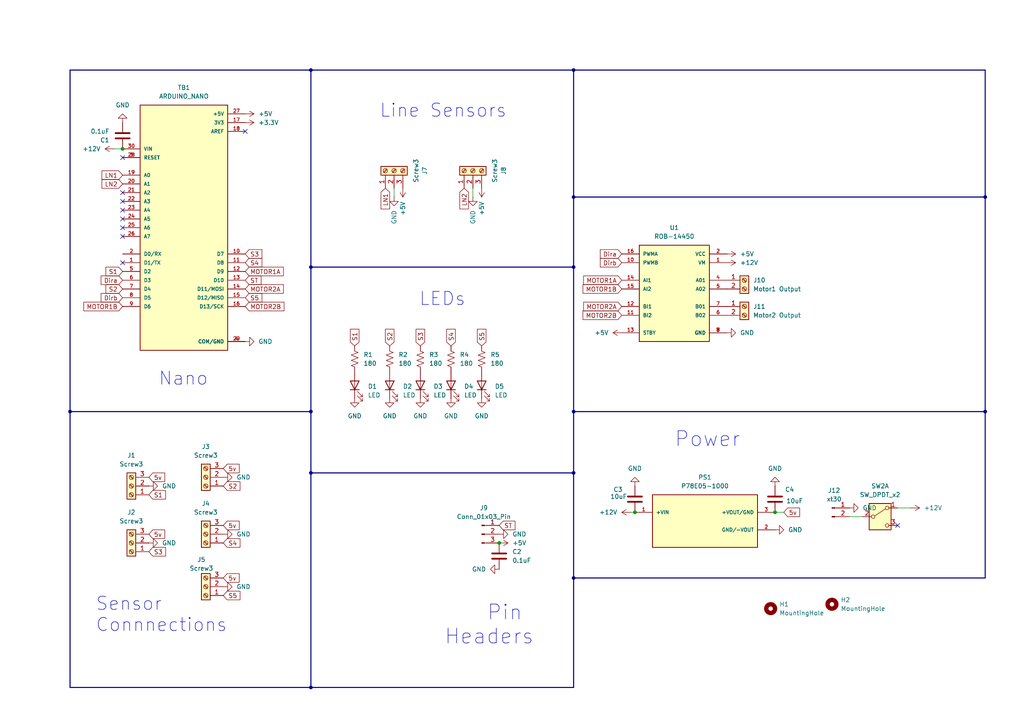
<source format=kicad_sch>
(kicad_sch (version 20250114) (generator "eeschema") (generator_version "9.0")
  (paper "A4")
  (lib_symbols
    (symbol "ARDUINO_NANO[1]:ARDUINO_NANO" (pin_names (offset 1.016))
      (property "Reference" "TB" (at -12.7 35.56 0))
      (property "Value" "ARDUINO_NANO" (at -12.7 -38.1 0))
      (symbol "ARDUINO_NANO_0_0"
        (rectangle (start -12.7 -35.56) (end 12.7 35.56) (stroke (width 0.254)) (fill (type background)))
        (pin input line (at -17.78 22.86 0) (length 5.08) (name "VIN") (number "30"))
        (pin input line (at -17.78 20.32 0) (length 5.08) (name "RESET") (number "28"))
        (pin input line (at -17.78 20.32 0) (length 5.08) (name "RESET") (number "3"))
        (pin input line (at -17.78 15.24 0) (length 5.08) (name "A0") (number "19"))
        (pin input line (at -17.78 12.7 0) (length 5.08) (name "A1") (number "20"))
        (pin input line (at -17.78 10.16 0) (length 5.08) (name "A2") (number "21"))
        (pin input line (at -17.78 7.62 0) (length 5.08) (name "A3") (number "22"))
        (pin input line (at -17.78 5.08 0) (length 5.08) (name "A4") (number "23"))
        (pin input line (at -17.78 2.54 0) (length 5.08) (name "A5") (number "24"))
        (pin input line (at -17.78 0 0) (length 5.08) (name "A6") (number "25"))
        (pin input line (at -17.78 -2.54 0) (length 5.08) (name "A7") (number "26"))
        (pin bidirectional line (at -17.78 -7.62 0) (length 5.08) (name "D0/RX") (number "2"))
        (pin bidirectional line (at -17.78 -10.16 0) (length 5.08) (name "D1/TX") (number "1"))
        (pin bidirectional line (at -17.78 -12.7 0) (length 5.08) (name "D2") (number "5"))
        (pin bidirectional line (at -17.78 -15.24 0) (length 5.08) (name "D3") (number "6"))
        (pin bidirectional line (at -17.78 -17.78 0) (length 5.08) (name "D4") (number "7"))
        (pin bidirectional line (at -17.78 -20.32 0) (length 5.08) (name "D5") (number "8"))
        (pin bidirectional line (at -17.78 -22.86 0) (length 5.08) (name "D6") (number "9"))
        (pin power_in line (at 17.78 33.02 180) (length 5.08) (name "+5V") (number "27"))
        (pin power_in line (at 17.78 30.48 180) (length 5.08) (name "3V3") (number "17"))
        (pin power_in line (at 17.78 27.94 180) (length 5.08) (name "AREF") (number "18"))
        (pin bidirectional line (at 17.78 -7.62 180) (length 5.08) (name "D7") (number "10"))
        (pin bidirectional line (at 17.78 -10.16 180) (length 5.08) (name "D8") (number "11"))
        (pin bidirectional line (at 17.78 -12.7 180) (length 5.08) (name "D9") (number "12"))
        (pin bidirectional line (at 17.78 -15.24 180) (length 5.08) (name "D10") (number "13"))
        (pin bidirectional line (at 17.78 -17.78 180) (length 5.08) (name "D11/MOSI") (number "14"))
        (pin bidirectional line (at 17.78 -20.32 180) (length 5.08) (name "D12/MISO") (number "15"))
        (pin bidirectional line (at 17.78 -22.86 180) (length 5.08) (name "D13/SCK") (number "16"))
        (pin power_in line (at 17.78 -33.02 180) (length 5.08) (name "COM/GND") (number "29"))
        (pin power_in line (at 17.78 -33.02 180) (length 5.08) (name "COM/GND") (number "4"))
      )
    )
    (symbol "Connector:Conn_01x02_Pin" (pin_names (offset 1.016) (hide yes))
      (property "Reference" "J" (at 0 2.54 0))
      (property "Value" "Conn_01x02_Pin" (at 0 -5.08 0))
      (symbol "Conn_01x02_Pin_1_1"
        (rectangle (start 0.8636 0.127) (end 0 -0.127) (stroke (width 0.1524)) (fill (type outline)))
        (rectangle (start 0.8636 -2.413) (end 0 -2.667) (stroke (width 0.1524)) (fill (type outline)))
        (polyline (pts (xy 1.27 0) (xy 0.8636 0)) (stroke (width 0.1524)))
        (polyline (pts (xy 1.27 -2.54) (xy 0.8636 -2.54)) (stroke (width 0.1524)))
        (pin passive line (at 5.08 0 180) (length 3.81) (name "Pin_1") (number "1"))
        (pin passive line (at 5.08 -2.54 180) (length 3.81) (name "Pin_2") (number "2"))
      )
    )
    (symbol "Connector:Conn_01x03_Pin" (pin_names (offset 1.016) (hide yes))
      (property "Reference" "J" (at 0 5.08 0))
      (property "Value" "Conn_01x03_Pin" (at 0 -5.08 0))
      (symbol "Conn_01x03_Pin_1_1"
        (rectangle (start 0.8636 2.667) (end 0 2.413) (stroke (width 0.1524)) (fill (type outline)))
        (rectangle (start 0.8636 0.127) (end 0 -0.127) (stroke (width 0.1524)) (fill (type outline)))
        (rectangle (start 0.8636 -2.413) (end 0 -2.667) (stroke (width 0.1524)) (fill (type outline)))
        (polyline (pts (xy 1.27 2.54) (xy 0.8636 2.54)) (stroke (width 0.1524)))
        (polyline (pts (xy 1.27 0) (xy 0.8636 0)) (stroke (width 0.1524)))
        (polyline (pts (xy 1.27 -2.54) (xy 0.8636 -2.54)) (stroke (width 0.1524)))
        (pin passive line (at 5.08 2.54 180) (length 3.81) (name "Pin_1") (number "1"))
        (pin passive line (at 5.08 0 180) (length 3.81) (name "Pin_2") (number "2"))
        (pin passive line (at 5.08 -2.54 180) (length 3.81) (name "Pin_3") (number "3"))
      )
    )
    (symbol "Connector:Screw_Terminal_01x02" (pin_names (offset 1.016) (hide yes))
      (property "Reference" "J" (at 0 2.54 0))
      (property "Value" "Screw_Terminal_01x02" (at 0 -5.08 0))
      (symbol "Screw_Terminal_01x02_1_1"
        (rectangle (start -1.27 1.27) (end 1.27 -3.81) (stroke (width 0.254)) (fill (type background)))
        (polyline (pts (xy -0.5334 0.3302) (xy 0.3302 -0.508)) (stroke (width 0.1524)))
        (polyline (pts (xy -0.5334 -2.2098) (xy 0.3302 -3.048)) (stroke (width 0.1524)))
        (polyline (pts (xy -0.3556 0.508) (xy 0.508 -0.3302)) (stroke (width 0.1524)))
        (polyline (pts (xy -0.3556 -2.032) (xy 0.508 -2.8702)) (stroke (width 0.1524)))
        (circle (center 0 0) (radius 0.635) (stroke (width 0.1524)))
        (circle (center 0 -2.54) (radius 0.635) (stroke (width 0.1524)))
        (pin passive line (at -5.08 0 0) (length 3.81) (name "Pin_1") (number "1"))
        (pin passive line (at -5.08 -2.54 0) (length 3.81) (name "Pin_2") (number "2"))
      )
    )
    (symbol "Connector:Screw_Terminal_01x03" (pin_names (offset 1.016) (hide yes))
      (property "Reference" "J" (at 0 5.08 0))
      (property "Value" "Screw_Terminal_01x03" (at 0 -5.08 0))
      (symbol "Screw_Terminal_01x03_1_1"
        (rectangle (start -1.27 3.81) (end 1.27 -3.81) (stroke (width 0.254)) (fill (type background)))
        (polyline (pts (xy -0.5334 2.8702) (xy 0.3302 2.032)) (stroke (width 0.1524)))
        (polyline (pts (xy -0.5334 0.3302) (xy 0.3302 -0.508)) (stroke (width 0.1524)))
        (polyline (pts (xy -0.5334 -2.2098) (xy 0.3302 -3.048)) (stroke (width 0.1524)))
        (polyline (pts (xy -0.3556 3.048) (xy 0.508 2.2098)) (stroke (width 0.1524)))
        (polyline (pts (xy -0.3556 0.508) (xy 0.508 -0.3302)) (stroke (width 0.1524)))
        (polyline (pts (xy -0.3556 -2.032) (xy 0.508 -2.8702)) (stroke (width 0.1524)))
        (circle (center 0 2.54) (radius 0.635) (stroke (width 0.1524)))
        (circle (center 0 0) (radius 0.635) (stroke (width 0.1524)))
        (circle (center 0 -2.54) (radius 0.635) (stroke (width 0.1524)))
        (pin passive line (at -5.08 2.54 0) (length 3.81) (name "Pin_1") (number "1"))
        (pin passive line (at -5.08 0 0) (length 3.81) (name "Pin_2") (number "2"))
        (pin passive line (at -5.08 -2.54 0) (length 3.81) (name "Pin_3") (number "3"))
      )
    )
    (symbol "Device:C" (pin_numbers (hide yes)) (pin_names (offset 0.254))
      (property "Reference" "C" (at 0.635 2.54 0))
      (property "Value" "C" (at 0.635 -2.54 0))
      (symbol "C_0_1"
        (polyline (pts (xy -2.032 0.762) (xy 2.032 0.762)) (stroke (width 0.508)))
        (polyline (pts (xy -2.032 -0.762) (xy 2.032 -0.762)) (stroke (width 0.508)))
      )
      (symbol "C_1_1"
        (pin passive line (at 0 3.81 270) (length 2.794) (name "~") (number "1"))
        (pin passive line (at 0 -3.81 90) (length 2.794) (name "~") (number "2"))
      )
    )
    (symbol "Device:LED" (pin_numbers (hide yes)) (pin_names (offset 1.016) (hide yes))
      (property "Reference" "D" (at 0 2.54 0))
      (property "Value" "LED" (at 0 -2.54 0))
      (symbol "LED_0_1"
        (polyline (pts (xy -3.048 -0.762) (xy -4.572 -2.286) (xy -3.81 -2.286) (xy -4.572 -2.286) (xy -4.572 -1.524)))
        (polyline (pts (xy -1.778 -0.762) (xy -3.302 -2.286) (xy -2.54 -2.286) (xy -3.302 -2.286) (xy -3.302 -1.524)))
        (polyline (pts (xy -1.27 0) (xy 1.27 0)))
        (polyline (pts (xy -1.27 -1.27) (xy -1.27 1.27)) (stroke (width 0.254)))
        (polyline (pts (xy 1.27 -1.27) (xy 1.27 1.27) (xy -1.27 0) (xy 1.27 -1.27)) (stroke (width 0.254)))
      )
      (symbol "LED_1_1"
        (pin passive line (at -3.81 0 0) (length 2.54) (name "K") (number "1"))
        (pin passive line (at 3.81 0 180) (length 2.54) (name "A") (number "2"))
      )
    )
    (symbol "Device:R_US" (pin_numbers (hide yes)) (pin_names (offset 0))
      (property "Reference" "R" (at 2.54 0 90))
      (property "Value" "R_US" (at -2.54 0 90))
      (symbol "R_US_0_1"
        (polyline (pts (xy 0 2.286) (xy 0 2.54)))
        (polyline (pts (xy 0 2.286) (xy 1.016 1.905) (xy 0 1.524) (xy -1.016 1.143) (xy 0 0.762)))
        (polyline (pts (xy 0 0.762) (xy 1.016 0.381) (xy 0 0) (xy -1.016 -0.381) (xy 0 -0.762)))
        (polyline (pts (xy 0 -0.762) (xy 1.016 -1.143) (xy 0 -1.524) (xy -1.016 -1.905) (xy 0 -2.286)))
        (polyline (pts (xy 0 -2.286) (xy 0 -2.54)))
      )
      (symbol "R_US_1_1"
        (pin passive line (at 0 3.81 270) (length 1.27) (name "~") (number "1"))
        (pin passive line (at 0 -3.81 90) (length 1.27) (name "~") (number "2"))
      )
    )
    (symbol "Mechanical:MountingHole" (pin_names (offset 1.016)) (exclude_from_sim yes) (in_bom no)
      (property "Reference" "H" (at 0 5.08 0))
      (property "Value" "MountingHole" (at 0 3.175 0))
      (symbol "MountingHole_0_1"
        (circle (center 0 0) (radius 1.27) (stroke (width 1.27)))
      )
    )
    (symbol "P78E05-1000[1]:P78E05-1000" (pin_names (offset 1.016))
      (property "Reference" "PS" (at -15.24 7.62 0))
      (property "Value" "P78E05-1000" (at -15.24 -10.16 0))
      (symbol "P78E05-1000_0_0"
        (rectangle (start -15.24 -7.62) (end 15.24 7.62) (stroke (width 0.254)) (fill (type background)))
        (pin input line (at -20.32 2.54 0) (length 5.08) (name "+VIN") (number "1"))
        (pin power_in line (at 20.32 2.54 180) (length 5.08) (name "+VOUT/GND") (number "3"))
        (pin power_in line (at 20.32 -2.54 180) (length 5.08) (name "GND/-VOUT") (number "2"))
      )
    )
    (symbol "Switch:SW_DPDT_x2" (pin_names (offset 0) (hide yes))
      (property "Reference" "SW" (at 0 5.08 0))
      (property "Value" "SW_DPDT_x2" (at 0 -5.08 0))
      (symbol "SW_DPDT_x2_0_0"
        (circle (center -2.032 0) (radius 0.508))
        (circle (center 2.032 -2.54) (radius 0.508))
      )
      (symbol "SW_DPDT_x2_0_1"
        (rectangle (start -3.175 3.81) (end 3.175 -3.81) (stroke (width 0.254)) (fill (type background)))
        (polyline (pts (xy -1.524 0.254) (xy 1.5748 2.286)))
        (circle (center 2.032 2.54) (radius 0.508))
      )
      (symbol "SW_DPDT_x2_1_1"
        (pin passive line (at -5.08 0 0) (length 2.54) (name "B") (number "2"))
        (pin passive line (at 5.08 2.54 180) (length 2.54) (name "A") (number "1"))
        (pin passive line (at 5.08 -2.54 180) (length 2.54) (name "C") (number "3"))
      )
      (symbol "SW_DPDT_x2_2_1"
        (pin passive line (at -5.08 0 0) (length 2.54) (name "B") (number "5"))
        (pin passive line (at 5.08 2.54 180) (length 2.54) (name "A") (number "4"))
        (pin passive line (at 5.08 -2.54 180) (length 2.54) (name "C") (number "6"))
      )
    )
    (symbol "power:+12V" (power) (pin_numbers (hide yes)) (pin_names (offset 0) (hide yes))
      (property "Value" "+12V" (at 0 3.556 0))
      (symbol "+12V_0_1"
        (polyline (pts (xy -0.762 1.27) (xy 0 2.54)))
        (polyline (pts (xy 0 2.54) (xy 0.762 1.27)))
        (polyline (pts (xy 0 0) (xy 0 2.54)))
      )
      (symbol "+12V_1_1"
        (pin power_in line (at 0 0 90) (length 0) (name "~") (number "1"))
      )
    )
    (symbol "power:+3.3V" (power) (pin_numbers (hide yes)) (pin_names (offset 0) (hide yes))
      (property "Value" "+3.3V" (at 0 3.556 0))
      (symbol "+3.3V_0_1"
        (polyline (pts (xy -0.762 1.27) (xy 0 2.54)))
        (polyline (pts (xy 0 2.54) (xy 0.762 1.27)))
        (polyline (pts (xy 0 0) (xy 0 2.54)))
      )
      (symbol "+3.3V_1_1"
        (pin power_in line (at 0 0 90) (length 0) (name "~") (number "1"))
      )
    )
    (symbol "power:+5V" (power) (pin_numbers (hide yes)) (pin_names (offset 0) (hide yes))
      (property "Value" "+5V" (at 0 3.556 0))
      (symbol "+5V_0_1"
        (polyline (pts (xy -0.762 1.27) (xy 0 2.54)))
        (polyline (pts (xy 0 2.54) (xy 0.762 1.27)))
        (polyline (pts (xy 0 0) (xy 0 2.54)))
      )
      (symbol "+5V_1_1"
        (pin power_in line (at 0 0 90) (length 0) (name "~") (number "1"))
      )
    )
    (symbol "power:GND" (power) (pin_numbers (hide yes)) (pin_names (offset 0) (hide yes))
      (property "Value" "GND" (at 0 -3.81 0))
      (symbol "GND_0_1"
        (polyline (pts (xy 0 0) (xy 0 -1.27) (xy 1.27 -1.27) (xy 0 -2.54) (xy -1.27 -1.27) (xy 0 -1.27)))
      )
      (symbol "GND_1_1"
        (pin power_in line (at 0 0 270) (length 0) (name "~") (number "1"))
      )
    )
    (symbol "sparkfun:ROB-14450" (pin_names (offset 1.016))
      (property "Reference" "U" (at -10.16 16.002 0))
      (property "Value" "ROB-14450" (at -10.16 -15.24 0))
      (symbol "ROB-14450_0_0"
        (rectangle (start -10.16 -12.7) (end 10.16 15.24) (stroke (width 0.254)) (fill (type background)))
        (pin input line (at -15.24 12.7 0) (length 5.08) (name "PWMA") (number "16"))
        (pin input line (at -15.24 10.16 0) (length 5.08) (name "PWMB") (number "10"))
        (pin input line (at -15.24 5.08 0) (length 5.08) (name "AI1") (number "14"))
        (pin input line (at -15.24 2.54 0) (length 5.08) (name "AI2") (number "15"))
        (pin input line (at -15.24 -2.54 0) (length 5.08) (name "BI1") (number "12"))
        (pin input line (at -15.24 -5.08 0) (length 5.08) (name "BI2") (number "11"))
        (pin input line (at -15.24 -10.16 0) (length 5.08) (name "STBY") (number "13"))
        (pin power_in line (at 15.24 12.7 180) (length 5.08) (name "VCC") (number "2"))
        (pin power_in line (at 15.24 10.16 180) (length 5.08) (name "VM") (number "1"))
        (pin output line (at 15.24 5.08 180) (length 5.08) (name "A01") (number "4"))
        (pin output line (at 15.24 2.54 180) (length 5.08) (name "A02") (number "5"))
        (pin output line (at 15.24 -2.54 180) (length 5.08) (name "B01") (number "7"))
        (pin output line (at 15.24 -5.08 180) (length 5.08) (name "B02") (number "6"))
        (pin power_in line (at 15.24 -10.16 180) (length 5.08) (name "GND") (number "3"))
        (pin power_in line (at 15.24 -10.16 180) (length 5.08) (name "GND") (number "8"))
        (pin power_in line (at 15.24 -10.16 180) (length 5.08) (name "GND") (number "9"))
      )
    )
  )
  (text "Sensor \nConnnections \n" (at 27.686 178.308 0) (effects (font (size 3.81 3.81)) (justify left)))
  (text "Nano\n" (at 60.452 107.696 0) (effects (font (size 3.81 3.81)) (justify right top)))
  (text "Power\n" (at 214.884 124.968 0) (effects (font (size 4.318 4.318)) (justify right top)))
  (text "LEDs\n" (at 135.128 84.582 0) (effects (font (size 3.81 3.81)) (justify right top)))
  (text "Pin \nHeaders" (at 154.94 175.26 0) (effects (font (size 4.318 4.318)) (justify right top)))
  (text "Line Sensors" (at 147.066 29.972 0) (effects (font (size 3.81 3.81)) (justify right top)))
  (junction (at 166.37 167.64))
  (junction (at 285.75 57.15))
  (junction (at 166.37 77.47))
  (junction (at 166.37 137.16))
  (junction (at 90.17 199.39))
  (junction (at 166.37 57.15))
  (junction (at 285.75 119.38))
  (junction (at 90.17 137.16))
  (junction (at 144.78 157.48))
  (junction (at 20.32 119.38))
  (junction (at 35.56 43.18))
  (junction (at 90.17 77.47))
  (junction (at 90.17 119.38))
  (junction (at 166.37 119.38))
  (junction (at 184.15 148.59))
  (junction (at 166.37 20.32))
  (junction (at 224.79 148.59))
  (junction (at 90.17 20.32))
  (no_connect (at 35.56 55.88))
  (no_connect (at 35.56 60.96))
  (no_connect (at 35.56 76.2))
  (no_connect (at 71.12 38.1))
  (no_connect (at 35.56 68.58))
  (no_connect (at 35.56 58.42))
  (no_connect (at 35.56 45.72))
  (no_connect (at 35.56 63.5))
  (no_connect (at 35.56 66.04))
  (no_connect (at 260.35 152.4))
  (wire (pts (xy 264.16 147.32) (xy 260.35 147.32)))
  (bus (pts (xy 166.37 167.64) (xy 166.37 199.39)))
  (bus (pts (xy 20.32 119.38) (xy 20.32 199.39)))
  (wire (pts (xy 114.3 54.61) (xy 114.3 57.15)))
  (bus (pts (xy 90.17 20.32) (xy 90.17 77.47)))
  (bus (pts (xy 166.37 137.16) (xy 166.37 167.64)))
  (bus (pts (xy 166.37 167.64) (xy 285.75 167.64)))
  (bus (pts (xy 166.37 20.32) (xy 166.37 57.15)))
  (bus (pts (xy 90.17 199.39) (xy 90.17 137.16)))
  (wire (pts (xy 227.33 148.59) (xy 224.79 148.59)))
  (wire (pts (xy 137.16 54.61) (xy 137.16 57.15)))
  (wire (pts (xy 33.02 43.18) (xy 35.56 43.18)))
  (bus (pts (xy 20.32 199.39) (xy 90.17 199.39)))
  (bus (pts (xy 20.32 119.38) (xy 90.17 119.38)))
  (wire (pts (xy 246.38 149.86) (xy 250.19 149.86)))
  (wire (pts (xy 182.88 148.59) (xy 184.15 148.59)))
  (bus (pts (xy 20.32 20.32) (xy 20.32 119.38)))
  (bus (pts (xy 166.37 57.15) (xy 166.37 77.47)))
  (bus (pts (xy 166.37 119.38) (xy 285.75 119.38)))
  (bus (pts (xy 285.75 20.32) (xy 285.75 57.15)))
  (bus (pts (xy 90.17 77.47) (xy 166.37 77.47)))
  (bus (pts (xy 166.37 119.38) (xy 166.37 137.16)))
  (bus (pts (xy 166.37 57.15) (xy 285.75 57.15)))
  (bus (pts (xy 90.17 119.38) (xy 90.17 137.16)))
  (bus (pts (xy 90.17 20.32) (xy 166.37 20.32)))
  (bus (pts (xy 90.17 20.32) (xy 20.32 20.32)))
  (bus (pts (xy 166.37 77.47) (xy 166.37 119.38)))
  (bus (pts (xy 285.75 57.15) (xy 285.75 119.38)))
  (bus (pts (xy 285.75 119.38) (xy 285.75 167.64)))
  (bus (pts (xy 166.37 199.39) (xy 90.17 199.39)))
  (bus (pts (xy 90.17 137.16) (xy 166.37 137.16)))
  (bus (pts (xy 166.37 20.32) (xy 285.75 20.32)))
  (bus (pts (xy 90.17 77.47) (xy 90.17 119.38)))
  (global_label "S5" (shape input) (at 64.77 172.72 0) (property "Intersheetrefs" "${INTERSHEET_REFS}" (effects (hide yes))))
  (global_label "5v" (shape input) (at 227.33 148.59 0) (property "Intersheetrefs" "${INTERSHEET_REFS}" (effects (hide yes))))
  (global_label "S4" (shape input) (at 64.77 157.48 0) (property "Intersheetrefs" "${INTERSHEET_REFS}" (effects (hide yes))))
  (global_label "Dira" (shape input) (at 35.56 81.28 180) (property "Intersheetrefs" "${INTERSHEET_REFS}" (effects (hide yes))))
  (global_label "5v" (shape input) (at 64.77 152.4 0) (property "Intersheetrefs" "${INTERSHEET_REFS}" (effects (hide yes))))
  (global_label "MOTOR1B" (shape input) (at 180.34 83.82 180) (property "Intersheetrefs" "${INTERSHEET_REFS}" (effects (hide yes))))
  (global_label "5v" (shape input) (at 64.77 167.64 0) (property "Intersheetrefs" "${INTERSHEET_REFS}" (effects (hide yes))))
  (global_label "S4" (shape input) (at 71.12 76.2 0) (property "Intersheetrefs" "${INTERSHEET_REFS}" (effects (hide yes))))
  (global_label "MOTOR2B" (shape input) (at 180.34 91.44 180) (property "Intersheetrefs" "${INTERSHEET_REFS}" (effects (hide yes))))
  (global_label "S3" (shape input) (at 121.92 100.33 90) (property "Intersheetrefs" "${INTERSHEET_REFS}" (effects (hide yes))))
  (global_label "S2" (shape input) (at 113.03 100.33 90) (property "Intersheetrefs" "${INTERSHEET_REFS}" (effects (hide yes))))
  (global_label "S5" (shape input) (at 139.7 100.33 90) (property "Intersheetrefs" "${INTERSHEET_REFS}" (effects (hide yes))))
  (global_label "MOTOR1A" (shape input) (at 71.12 78.74 0) (property "Intersheetrefs" "${INTERSHEET_REFS}" (effects (hide yes))))
  (global_label "MOTOR1A" (shape input) (at 180.34 81.28 180) (property "Intersheetrefs" "${INTERSHEET_REFS}" (effects (hide yes))))
  (global_label "LN2" (shape input) (at 35.56 53.34 180) (property "Intersheetrefs" "${INTERSHEET_REFS}" (effects (hide yes))))
  (global_label "5v" (shape input) (at 43.18 138.43 0) (property "Intersheetrefs" "${INTERSHEET_REFS}" (effects (hide yes))))
  (global_label "MOTOR2B" (shape input) (at 71.12 88.9 0) (property "Intersheetrefs" "${INTERSHEET_REFS}" (effects (hide yes))))
  (global_label "S1" (shape input) (at 43.18 143.51 0) (property "Intersheetrefs" "${INTERSHEET_REFS}" (effects (hide yes))))
  (global_label "S4" (shape input) (at 130.81 100.33 90) (property "Intersheetrefs" "${INTERSHEET_REFS}" (effects (hide yes))))
  (global_label "ST" (shape input) (at 144.78 152.4 0) (property "Intersheetrefs" "${INTERSHEET_REFS}" (effects (hide yes))))
  (global_label "S3" (shape input) (at 71.12 73.66 0) (property "Intersheetrefs" "${INTERSHEET_REFS}" (effects (hide yes))))
  (global_label "S5" (shape input) (at 71.12 86.36 0) (property "Intersheetrefs" "${INTERSHEET_REFS}" (effects (hide yes))))
  (global_label "S1" (shape input) (at 102.87 100.33 90) (property "Intersheetrefs" "${INTERSHEET_REFS}" (effects (hide yes))))
  (global_label "Dirb" (shape input) (at 35.56 86.36 180) (property "Intersheetrefs" "${INTERSHEET_REFS}" (effects (hide yes))))
  (global_label "LN1" (shape input) (at 35.56 50.8 180) (property "Intersheetrefs" "${INTERSHEET_REFS}" (effects (hide yes))))
  (global_label "MOTOR1B" (shape input) (at 35.56 88.9 180) (property "Intersheetrefs" "${INTERSHEET_REFS}" (effects (hide yes))))
  (global_label "Dirb" (shape input) (at 180.34 76.2 180) (property "Intersheetrefs" "${INTERSHEET_REFS}" (effects (hide yes))))
  (global_label "MOTOR2A" (shape input) (at 180.34 88.9 180) (property "Intersheetrefs" "${INTERSHEET_REFS}" (effects (hide yes))))
  (global_label "LN1" (shape input) (at 111.76 54.61 270) (property "Intersheetrefs" "${INTERSHEET_REFS}" (effects (hide yes))))
  (global_label "LN2" (shape input) (at 134.62 54.61 270) (property "Intersheetrefs" "${INTERSHEET_REFS}" (effects (hide yes))))
  (global_label "5v" (shape input) (at 64.77 135.89 0) (property "Intersheetrefs" "${INTERSHEET_REFS}" (effects (hide yes))))
  (global_label "S1" (shape input) (at 35.56 78.74 180) (property "Intersheetrefs" "${INTERSHEET_REFS}" (effects (hide yes))))
  (global_label "S3" (shape input) (at 43.18 160.02 0) (property "Intersheetrefs" "${INTERSHEET_REFS}" (effects (hide yes))))
  (global_label "Dira" (shape input) (at 180.34 73.66 180) (property "Intersheetrefs" "${INTERSHEET_REFS}" (effects (hide yes))))
  (global_label "ST" (shape input) (at 71.12 81.28 0) (property "Intersheetrefs" "${INTERSHEET_REFS}" (effects (hide yes))))
  (global_label "S2" (shape input) (at 35.56 83.82 180) (property "Intersheetrefs" "${INTERSHEET_REFS}" (effects (hide yes))))
  (global_label "S2" (shape input) (at 64.77 140.97 0) (property "Intersheetrefs" "${INTERSHEET_REFS}" (effects (hide yes))))
  (global_label "MOTOR2A" (shape input) (at 71.12 83.82 0) (property "Intersheetrefs" "${INTERSHEET_REFS}" (effects (hide yes))))
  (global_label "5v" (shape input) (at 43.18 154.94 0) (property "Intersheetrefs" "${INTERSHEET_REFS}" (effects (hide yes))))
  (symbol (lib_id "power:GND") (at 113.03 115.57 0) (unit 1)
    (property "Reference" "#PWR013" (effects (hide yes)))
    (property "Value" "GND" (at 113.03 120.65 0))
    (property "Description" "Power symbol creates a global label with name \"GND\" , ground" (effects (hide yes)))
  )
  (symbol (lib_id "power:GND") (at 64.77 154.94 90) (unit 1)
    (property "Reference" "#PWR06" (effects (hide yes)))
    (property "Value" "GND" (at 68.58 154.9401 90) (effects (justify right)))
    (property "Description" "Power symbol creates a global label with name \"GND\" , ground" (effects (hide yes)))
  )
  (symbol (lib_id "power:GND") (at 144.78 154.94 90) (unit 1)
    (property "Reference" "#PWR021" (effects (hide yes)))
    (property "Value" "GND" (at 148.59 154.9399 90) (effects (justify right)))
    (property "Description" "Power symbol creates a global label with name \"GND\" , ground" (effects (hide yes)))
  )
  (symbol (lib_id "power:+12V") (at 182.88 148.59 90) (unit 1)
    (property "Reference" "#PWR025" (effects (hide yes)))
    (property "Value" "+12V" (at 179.07 148.5899 90) (effects (justify left)))
    (property "Description" "Power symbol creates a global label with name \"+12V\"" (effects (hide yes)))
  )
  (symbol (lib_id "power:GND") (at 224.79 140.97 180) (unit 1)
    (property "Reference" "#PWR030" (effects (hide yes)))
    (property "Value" "GND" (at 224.79 135.89 0))
    (property "Description" "Power symbol creates a global label with name \"GND\" , ground" (effects (hide yes)))
  )
  (symbol (lib_id "power:+5V") (at 116.84 54.61 180) (unit 1)
    (property "Reference" "#PWR015" (effects (hide yes)))
    (property "Value" "+5V" (at 116.8401 58.42 90) (effects (justify left)))
    (property "Description" "Power symbol creates a global label with name \"+5V\"" (effects (hide yes)))
  )
  (symbol (lib_id "Mechanical:MountingHole") (at 223.52 176.53 0) (unit 1) (exclude_from_sim yes) (in_bom no)
    (property "Reference" "H1" (at 226.06 175.2599 0) (effects (justify left)))
    (property "Value" "MountingHole" (at 226.06 177.7999 0) (effects (justify left)))
    (property "Footprint" "MountingHole:MountingHole_2.5mm" (effects (hide yes)))
    (property "Description" "Mounting Hole without connection" (effects (hide yes)))
  )
  (symbol (lib_id "Connector:Screw_Terminal_01x03") (at 38.1 140.97 180) (unit 1)
    (property "Reference" "J1" (at 38.1 132.08 0))
    (property "Value" "Screw3" (at 38.1 134.62 0))
    (property "Footprint" "Connector_JST:JST_EH_B3B-EH-A_1x03_P2.50mm_Vertical" (effects (hide yes)))
    (property "Description" "Generic screw terminal, single row, 01x03, script generated (kicad-library-utils/schlib/autogen/connector/)" (effects (hide yes)))
  )
  (symbol (lib_id "Connector:Screw_Terminal_01x03") (at 59.69 170.18 180) (unit 1)
    (property "Reference" "J5" (at 58.42 162.306 0))
    (property "Value" "Screw3" (at 58.42 164.846 0))
    (property "Footprint" "Connector_JST:JST_EH_B3B-EH-A_1x03_P2.50mm_Vertical" (effects (hide yes)))
    (property "Description" "Generic screw terminal, single row, 01x03, script generated (kicad-library-utils/schlib/autogen/connector/)" (effects (hide yes)))
  )
  (symbol (lib_id "power:+5V") (at 71.12 33.02 270) (unit 1)
    (property "Reference" "#PWR08" (effects (hide yes)))
    (property "Value" "+5V" (at 74.93 33.0199 90) (effects (justify left)))
    (property "Description" "Power symbol creates a global label with name \"+5V\"" (effects (hide yes)))
  )
  (symbol (lib_id "Connector:Screw_Terminal_01x02") (at 215.9 81.28 0) (unit 1)
    (property "Reference" "J10" (at 218.44 81.2799 0) (effects (justify left)))
    (property "Value" "Motor1 Output" (at 218.44 83.8199 0) (effects (justify left)))
    (property "Footprint" "Connector_PinHeader_2.54mm:PinHeader_1x02_P2.54mm_Vertical" (effects (hide yes)))
    (property "Description" "Generic screw terminal, single row, 01x02, script generated (kicad-library-utils/schlib/autogen/connector/)" (effects (hide yes)))
  )
  (symbol (lib_id "power:GND") (at 43.18 140.97 90) (unit 1)
    (property "Reference" "#PWR03" (effects (hide yes)))
    (property "Value" "GND" (at 46.99 140.9701 90) (effects (justify right)))
    (property "Description" "Power symbol creates a global label with name \"GND\" , ground" (effects (hide yes)))
  )
  (symbol (lib_id "Device:R_US") (at 139.7 104.14 0) (unit 1)
    (property "Reference" "R5" (at 142.24 102.8699 0) (effects (justify left)))
    (property "Value" "180" (at 142.24 105.4099 0) (effects (justify left)))
    (property "Footprint" "Resistor_SMD:R_0805_2012Metric" (effects (hide yes)))
    (property "Description" "Resistor, US symbol" (effects (hide yes)))
  )
  (symbol (lib_id "Mechanical:MountingHole") (at 241.3 175.26 0) (unit 1) (exclude_from_sim yes) (in_bom no)
    (property "Reference" "H2" (at 243.84 173.9899 0) (effects (justify left)))
    (property "Value" "MountingHole" (at 243.84 176.5299 0) (effects (justify left)))
    (property "Footprint" "MountingHole:MountingHole_2.5mm" (effects (hide yes)))
    (property "Description" "Mounting Hole without connection" (effects (hide yes)))
  )
  (symbol (lib_id "Connector:Screw_Terminal_01x03") (at 137.16 49.53 90) (unit 1)
    (property "Reference" "J8" (at 146.05 49.53 0))
    (property "Value" "Screw3" (at 143.51 49.53 0))
    (property "Footprint" "Connector_JST:JST_EH_B3B-EH-A_1x03_P2.50mm_Vertical" (effects (hide yes)))
    (property "Description" "Generic screw terminal, single row, 01x03, script generated (kicad-library-utils/schlib/autogen/connector/)" (effects (hide yes)))
  )
  (symbol (lib_id "Connector:Screw_Terminal_01x02") (at 215.9 88.9 0) (unit 1)
    (property "Reference" "J11" (at 218.44 88.8999 0) (effects (justify left)))
    (property "Value" "Motor2 Output" (at 218.44 91.4399 0) (effects (justify left)))
    (property "Footprint" "Connector_PinHeader_2.54mm:PinHeader_1x02_P2.54mm_Vertical" (effects (hide yes)))
    (property "Description" "Generic screw terminal, single row, 01x02, script generated (kicad-library-utils/schlib/autogen/connector/)" (effects (hide yes)))
  )
  (symbol (lib_id "P78E05-1000[1]:P78E05-1000") (at 204.47 151.13 0) (unit 1)
    (property "Reference" "PS1" (at 204.47 138.43 0))
    (property "Value" "P78E05-1000" (at 204.47 140.97 0))
    (property "Footprint" "Battery:CONV_P78E05-1000" (effects (hide yes)))
    (property "STANDARD" "Manufacturer Recommendations" (effects (hide yes)))
    (property "MANUFACTURER" "CUI Inc" (effects (hide yes)))
  )
  (symbol (lib_id "power:+5V") (at 144.78 157.48 270) (unit 1)
    (property "Reference" "#PWR022" (effects (hide yes)))
    (property "Value" "+5V" (at 148.59 157.4801 90) (effects (justify left)))
    (property "Description" "Power symbol creates a global label with name \"+5V\"" (effects (hide yes)))
  )
  (symbol (lib_id "Device:R_US") (at 130.81 104.14 0) (unit 1)
    (property "Reference" "R4" (at 133.35 102.8699 0) (effects (justify left)))
    (property "Value" "180" (at 133.35 105.4099 0) (effects (justify left)))
    (property "Footprint" "Resistor_SMD:R_0805_2012Metric" (effects (hide yes)))
    (property "Description" "Resistor, US symbol" (effects (hide yes)))
  )
  (symbol (lib_id "power:GND") (at 114.3 57.15 0) (unit 1)
    (property "Reference" "#PWR014" (effects (hide yes)))
    (property "Value" "GND" (at 114.2999 60.96 90) (effects (justify right)))
    (property "Description" "Power symbol creates a global label with name \"GND\" , ground" (effects (hide yes)))
  )
  (symbol (lib_id "power:GND") (at 64.77 170.18 90) (unit 1)
    (property "Reference" "#PWR07" (effects (hide yes)))
    (property "Value" "GND" (at 68.58 170.1801 90) (effects (justify right)))
    (property "Description" "Power symbol creates a global label with name \"GND\" , ground" (effects (hide yes)))
  )
  (symbol (lib_id "power:GND") (at 102.87 115.57 0) (unit 1)
    (property "Reference" "#PWR011" (effects (hide yes)))
    (property "Value" "GND" (at 102.87 120.65 0))
    (property "Description" "Power symbol creates a global label with name \"GND\" , ground" (effects (hide yes)))
  )
  (symbol (lib_id "Device:LED") (at 139.7 111.76 90) (unit 1)
    (property "Reference" "D5" (at 143.51 112.0774 90) (effects (justify right)))
    (property "Value" "LED" (at 143.51 114.6174 90) (effects (justify right)))
    (property "Footprint" "LED_SMD:LED_1206_3216Metric" (effects (hide yes)))
    (property "Description" "Light emitting diode" (effects (hide yes)))
  )
  (symbol (lib_id "power:GND") (at 43.18 157.48 90) (unit 1)
    (property "Reference" "#PWR04" (effects (hide yes)))
    (property "Value" "GND" (at 46.99 157.4801 90) (effects (justify right)))
    (property "Description" "Power symbol creates a global label with name \"GND\" , ground" (effects (hide yes)))
  )
  (symbol (lib_id "Connector:Screw_Terminal_01x03") (at 38.1 157.48 180) (unit 1)
    (property "Reference" "J2" (at 38.1 148.59 0))
    (property "Value" "Screw3" (at 38.1 151.13 0))
    (property "Footprint" "Connector_JST:JST_EH_B3B-EH-A_1x03_P2.50mm_Vertical" (effects (hide yes)))
    (property "Description" "Generic screw terminal, single row, 01x03, script generated (kicad-library-utils/schlib/autogen/connector/)" (effects (hide yes)))
  )
  (symbol (lib_id "Device:C") (at 184.15 144.78 180) (unit 1)
    (property "Reference" "C3" (at 180.594 141.986 0) (effects (justify left)))
    (property "Value" "10uF" (at 181.864 144.018 0) (effects (justify left)))
    (property "Footprint" "Capacitor_SMD:C_0805_2012Metric" (effects (hide yes)))
    (property "Description" "Unpolarized capacitor" (effects (hide yes)))
  )
  (symbol (lib_id "ARDUINO_NANO[1]:ARDUINO_NANO") (at 53.34 66.04 0) (unit 1)
    (property "Reference" "TB1" (at 53.34 25.4 0))
    (property "Value" "ARDUINO_NANO" (at 53.34 27.94 0))
    (property "Footprint" "Module:Arduino_Nano" (effects (hide yes)))
    (property "MF" "Arduino" (effects (hide yes)))
    (property "Description_1" "\nSmall, complete, and breadboard-friendly board based on the ATmega328 (Arduino Nano 3.x)\n" (effects (hide yes)))
    (property "Package" "Non-Standard Arduino" (effects (hide yes)))
    (property "Price" "None" (effects (hide yes)))
    (property "Check_prices" "https://www.snapeda.com/parts/Arduino%20Nano/Arduino/view-part/?ref=eda" (effects (hide yes)))
    (property "STANDARD" "Manufacturer Recommendations" (effects (hide yes)))
    (property "SnapEDA_Link" "https://www.snapeda.com/parts/Arduino%20Nano/Arduino/view-part/?ref=snap" (effects (hide yes)))
    (property "MP" "Arduino Nano" (effects (hide yes)))
    (property "Availability" "In Stock" (effects (hide yes)))
    (property "MANUFACTURER" "ARDUINO" (effects (hide yes)))
  )
  (symbol (lib_id "Connector:Conn_01x02_Pin") (at 241.3 147.32 0) (unit 1)
    (property "Reference" "J12" (at 241.935 142.24 0))
    (property "Value" "xt30" (at 241.935 144.78 0))
    (property "Footprint" "Connector_AMASS:AMASS_XT30U-F_1x02_P5.0mm_Vertical" (effects (hide yes)))
    (property "Description" "Generic connector, single row, 01x02, script generated" (effects (hide yes)))
  )
  (symbol (lib_id "power:GND") (at 210.82 96.52 90) (unit 1)
    (property "Reference" "#PWR029" (effects (hide yes)))
    (property "Value" "GND" (at 214.63 96.5199 90) (effects (justify right)))
    (property "Description" "Power symbol creates a global label with name \"GND\" , ground" (effects (hide yes)))
  )
  (symbol (lib_id "power:GND") (at 137.16 57.15 0) (unit 1)
    (property "Reference" "#PWR018" (effects (hide yes)))
    (property "Value" "GND" (at 137.1599 60.96 90) (effects (justify right)))
    (property "Description" "Power symbol creates a global label with name \"GND\" , ground" (effects (hide yes)))
  )
  (symbol (lib_id "power:GND") (at 139.7 115.57 0) (unit 1)
    (property "Reference" "#PWR020" (effects (hide yes)))
    (property "Value" "GND" (at 139.7 120.65 0))
    (property "Description" "Power symbol creates a global label with name \"GND\" , ground" (effects (hide yes)))
  )
  (symbol (lib_id "power:GND") (at 35.56 35.56 180) (unit 1)
    (property "Reference" "#PWR02" (effects (hide yes)))
    (property "Value" "GND" (at 35.56 30.48 0))
    (property "Description" "Power symbol creates a global label with name \"GND\" , ground" (effects (hide yes)))
  )
  (symbol (lib_id "power:+5V") (at 139.7 54.61 180) (unit 1)
    (property "Reference" "#PWR019" (effects (hide yes)))
    (property "Value" "+5V" (at 139.7001 58.42 90) (effects (justify left)))
    (property "Description" "Power symbol creates a global label with name \"+5V\"" (effects (hide yes)))
  )
  (symbol (lib_id "Device:R_US") (at 102.87 104.14 0) (unit 1)
    (property "Reference" "R1" (at 105.41 102.8699 0) (effects (justify left)))
    (property "Value" "180" (at 105.41 105.4099 0) (effects (justify left)))
    (property "Footprint" "Resistor_SMD:R_0805_2012Metric" (effects (hide yes)))
    (property "Description" "Resistor, US symbol" (effects (hide yes)))
  )
  (symbol (lib_id "power:GND") (at 144.78 165.1 270) (unit 1)
    (property "Reference" "#PWR023" (effects (hide yes)))
    (property "Value" "GND" (at 140.97 165.0999 90) (effects (justify right)))
    (property "Description" "Power symbol creates a global label with name \"GND\" , ground" (effects (hide yes)))
  )
  (symbol (lib_id "Device:R_US") (at 113.03 104.14 0) (unit 1)
    (property "Reference" "R2" (at 115.57 102.8699 0) (effects (justify left)))
    (property "Value" "180" (at 115.57 105.4099 0) (effects (justify left)))
    (property "Footprint" "Resistor_SMD:R_0805_2012Metric" (effects (hide yes)))
    (property "Description" "Resistor, US symbol" (effects (hide yes)))
  )
  (symbol (lib_id "Connector:Conn_01x03_Pin") (at 139.7 154.94 0) (unit 1)
    (property "Reference" "J9" (at 140.335 147.32 0))
    (property "Value" "Conn_01x03_Pin" (at 140.335 149.86 0))
    (property "Footprint" "Connector_PinHeader_2.54mm:PinHeader_1x03_P2.54mm_Vertical" (effects (hide yes)))
    (property "Description" "Generic connector, single row, 01x03, script generated" (effects (hide yes)))
  )
  (symbol (lib_id "Device:C") (at 224.79 144.78 180) (unit 1)
    (property "Reference" "C4" (at 230.378 141.986 0) (effects (justify left)))
    (property "Value" "10uF" (at 232.918 145.288 0) (effects (justify left)))
    (property "Footprint" "Capacitor_SMD:C_0805_2012Metric" (effects (hide yes)))
    (property "Description" "Unpolarized capacitor" (effects (hide yes)))
  )
  (symbol (lib_id "Device:C") (at 144.78 161.29 0) (unit 1)
    (property "Reference" "C2" (at 148.59 160.0199 0) (effects (justify left)))
    (property "Value" "0.1uF" (at 148.59 162.5599 0) (effects (justify left)))
    (property "Footprint" "Capacitor_SMD:C_0805_2012Metric" (effects (hide yes)))
    (property "Description" "Unpolarized capacitor" (effects (hide yes)))
  )
  (symbol (lib_id "Device:LED") (at 130.81 111.76 90) (unit 1)
    (property "Reference" "D4" (at 134.62 112.0774 90) (effects (justify right)))
    (property "Value" "LED" (at 134.62 114.6174 90) (effects (justify right)))
    (property "Footprint" "LED_SMD:LED_1206_3216Metric" (effects (hide yes)))
    (property "Description" "Light emitting diode" (effects (hide yes)))
  )
  (symbol (lib_id "power:+12V") (at 210.82 76.2 270) (unit 1)
    (property "Reference" "#PWR028" (effects (hide yes)))
    (property "Value" "+12V" (at 214.63 76.1999 90) (effects (justify left)))
    (property "Description" "Power symbol creates a global label with name \"+12V\"" (effects (hide yes)))
  )
  (symbol (lib_id "sparkfun:ROB-14450") (at 195.58 86.36 0) (unit 1)
    (property "Reference" "U1" (at 195.58 66.04 0))
    (property "Value" "ROB-14450" (at 195.58 68.58 0))
    (property "Footprint" "Module:MODULE_ROB-14450" (effects (hide yes)))
    (property "MF" "SparkFun Electronics" (effects (hide yes)))
    (property "Description_1" "\n                        \n                            TB6612FNG - Motor Controller/Driver Power Management Evaluation Board\n                        \n" (effects (hide yes)))
    (property "Package" "None" (effects (hide yes)))
    (property "Price" "None" (effects (hide yes)))
    (property "Check_prices" "https://www.snapeda.com/parts/ROB-14450/SparkFun/view-part/?ref=eda" (effects (hide yes)))
    (property "STANDARD" "Manufacturer Recommendation" (effects (hide yes)))
    (property "PARTREV" "11-13-17" (effects (hide yes)))
    (property "SnapEDA_Link" "https://www.snapeda.com/parts/ROB-14450/SparkFun/view-part/?ref=snap" (effects (hide yes)))
    (property "MP" "ROB-14450" (effects (hide yes)))
    (property "Availability" "In Stock" (effects (hide yes)))
    (property "MANUFACTURER" "Sparkfun Electronics" (effects (hide yes)))
  )
  (symbol (lib_id "Device:LED") (at 121.92 111.76 90) (unit 1)
    (property "Reference" "D3" (at 125.73 112.0774 90) (effects (justify right)))
    (property "Value" "LED" (at 125.73 114.6174 90) (effects (justify right)))
    (property "Footprint" "LED_SMD:LED_1206_3216Metric" (effects (hide yes)))
    (property "Description" "Light emitting diode" (effects (hide yes)))
  )
  (symbol (lib_id "power:GND") (at 184.15 140.97 180) (unit 1)
    (property "Reference" "#PWR026" (effects (hide yes)))
    (property "Value" "GND" (at 184.15 135.89 0))
    (property "Description" "Power symbol creates a global label with name \"GND\" , ground" (effects (hide yes)))
  )
  (symbol (lib_id "power:+12V") (at 264.16 147.32 270) (unit 1)
    (property "Reference" "#PWR035" (effects (hide yes)))
    (property "Value" "+12V" (at 267.97 147.3199 90) (effects (justify left)))
    (property "Description" "Power symbol creates a global label with name \"+12V\"" (effects (hide yes)))
  )
  (symbol (lib_id "power:+5V") (at 180.34 96.52 90) (unit 1)
    (property "Reference" "#PWR024" (effects (hide yes)))
    (property "Value" "+5V" (at 176.53 96.5199 90) (effects (justify left)))
    (property "Description" "Power symbol creates a global label with name \"+5V\"" (effects (hide yes)))
  )
  (symbol (lib_id "Connector:Screw_Terminal_01x03") (at 114.3 49.53 90) (unit 1)
    (property "Reference" "J7" (at 123.19 49.53 0))
    (property "Value" "Screw3" (at 120.65 49.53 0))
    (property "Footprint" "Connector_PinHeader_2.54mm:PinHeader_1x03_P2.54mm_Vertical" (effects (hide yes)))
    (property "Description" "Generic screw terminal, single row, 01x03, script generated (kicad-library-utils/schlib/autogen/connector/)" (effects (hide yes)))
  )
  (symbol (lib_id "power:+12V") (at 33.02 43.18 90) (unit 1)
    (property "Reference" "#PWR01" (effects (hide yes)))
    (property "Value" "+12V" (at 29.21 43.1799 90) (effects (justify left)))
    (property "Description" "Power symbol creates a global label with name \"+12V\"" (effects (hide yes)))
  )
  (symbol (lib_id "power:GND") (at 246.38 147.32 90) (unit 1)
    (property "Reference" "#PWR034" (effects (hide yes)))
    (property "Value" "GND" (at 250.19 147.3199 90) (effects (justify right)))
    (property "Description" "Power symbol creates a global label with name \"GND\" , ground" (effects (hide yes)))
  )
  (symbol (lib_id "power:GND") (at 64.77 138.43 90) (unit 1)
    (property "Reference" "#PWR05" (effects (hide yes)))
    (property "Value" "GND" (at 68.58 138.4301 90) (effects (justify right)))
    (property "Description" "Power symbol creates a global label with name \"GND\" , ground" (effects (hide yes)))
  )
  (symbol (lib_id "power:GND") (at 71.12 99.06 90) (unit 1)
    (property "Reference" "#PWR010" (effects (hide yes)))
    (property "Value" "GND" (at 74.93 99.0599 90) (effects (justify right)))
    (property "Description" "Power symbol creates a global label with name \"GND\" , ground" (effects (hide yes)))
  )
  (symbol (lib_id "Switch:SW_DPDT_x2") (at 255.27 149.86 0) (unit 1)
    (property "Reference" "SW2" (at 255.27 140.97 0))
    (property "Value" "SW_DPDT_x2" (at 255.27 143.51 0))
    (property "Footprint" "Connector_PinHeader_2.54mm:PinHeader_1x03_P2.54mm_Vertical" (effects (hide yes)))
    (property "Description" "Switch, dual pole double throw, separate symbols" (effects (hide yes)))
  )
  (symbol (lib_id "power:GND") (at 224.79 153.67 90) (unit 1)
    (property "Reference" "#PWR031" (effects (hide yes)))
    (property "Value" "GND" (at 228.6 153.6699 90) (effects (justify right)))
    (property "Description" "Power symbol creates a global label with name \"GND\" , ground" (effects (hide yes)))
  )
  (symbol (lib_id "Device:C") (at 35.56 39.37 180) (unit 1)
    (property "Reference" "C1" (at 31.75 40.6401 0) (effects (justify left)))
    (property "Value" "0.1uF" (at 31.75 38.1001 0) (effects (justify left)))
    (property "Footprint" "Capacitor_SMD:C_0805_2012Metric" (effects (hide yes)))
    (property "Description" "Unpolarized capacitor" (effects (hide yes)))
  )
  (symbol (lib_id "power:GND") (at 121.92 115.57 0) (unit 1)
    (property "Reference" "#PWR016" (effects (hide yes)))
    (property "Value" "GND" (at 121.92 120.65 0))
    (property "Description" "Power symbol creates a global label with name \"GND\" , ground" (effects (hide yes)))
  )
  (symbol (lib_id "power:GND") (at 130.81 115.57 0) (unit 1)
    (property "Reference" "#PWR017" (effects (hide yes)))
    (property "Value" "GND" (at 130.81 120.65 0))
    (property "Description" "Power symbol creates a global label with name \"GND\" , ground" (effects (hide yes)))
  )
  (symbol (lib_id "Connector:Screw_Terminal_01x03") (at 59.69 138.43 180) (unit 1)
    (property "Reference" "J3" (at 59.69 129.54 0))
    (property "Value" "Screw3" (at 59.69 132.08 0))
    (property "Footprint" "Connector_JST:JST_EH_B3B-EH-A_1x03_P2.50mm_Vertical" (effects (hide yes)))
    (property "Description" "Generic screw terminal, single row, 01x03, script generated (kicad-library-utils/schlib/autogen/connector/)" (effects (hide yes)))
  )
  (symbol (lib_id "power:+3.3V") (at 71.12 35.56 270) (unit 1)
    (property "Reference" "#PWR09" (effects (hide yes)))
    (property "Value" "+3.3V" (at 74.93 35.5599 90) (effects (justify left)))
    (property "Description" "Power symbol creates a global label with name \"+3.3V\"" (effects (hide yes)))
  )
  (symbol (lib_id "Connector:Screw_Terminal_01x03") (at 59.69 154.94 180) (unit 1)
    (property "Reference" "J4" (at 59.69 146.05 0))
    (property "Value" "Screw3" (at 59.69 148.59 0))
    (property "Footprint" "Connector_JST:JST_EH_B3B-EH-A_1x03_P2.50mm_Vertical" (effects (hide yes)))
    (property "Description" "Generic screw terminal, single row, 01x03, script generated (kicad-library-utils/schlib/autogen/connector/)" (effects (hide yes)))
  )
  (symbol (lib_id "Device:R_US") (at 121.92 104.14 0) (unit 1)
    (property "Reference" "R3" (at 124.46 102.8699 0) (effects (justify left)))
    (property "Value" "180" (at 124.46 105.4099 0) (effects (justify left)))
    (property "Footprint" "Resistor_SMD:R_0805_2012Metric" (effects (hide yes)))
    (property "Description" "Resistor, US symbol" (effects (hide yes)))
  )
  (symbol (lib_id "Device:LED") (at 113.03 111.76 90) (unit 1)
    (property "Reference" "D2" (at 116.84 112.0774 90) (effects (justify right)))
    (property "Value" "LED" (at 116.84 114.6174 90) (effects (justify right)))
    (property "Footprint" "LED_SMD:LED_1206_3216Metric" (effects (hide yes)))
    (property "Description" "Light emitting diode" (effects (hide yes)))
  )
  (symbol (lib_id "Device:LED") (at 102.87 111.76 90) (unit 1)
    (property "Reference" "D1" (at 106.68 112.0774 90) (effects (justify right)))
    (property "Value" "LED" (at 106.68 114.6174 90) (effects (justify right)))
    (property "Footprint" "LED_SMD:LED_1206_3216Metric" (effects (hide yes)))
    (property "Description" "Light emitting diode" (effects (hide yes)))
  )
  (symbol (lib_id "power:+5V") (at 210.82 73.66 270) (unit 1)
    (property "Reference" "#PWR027" (effects (hide yes)))
    (property "Value" "+5V" (at 214.63 73.6599 90) (effects (justify left)))
    (property "Description" "Power symbol creates a global label with name \"+5V\"" (effects (hide yes)))
  )
)
</source>
